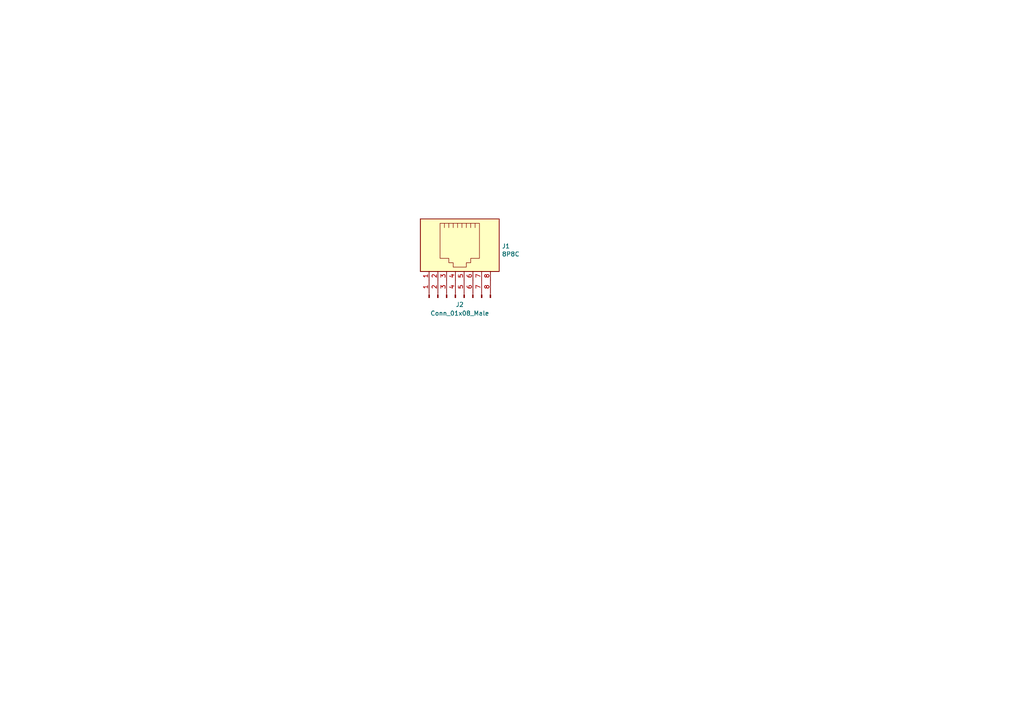
<source format=kicad_sch>
(kicad_sch (version 20211123) (generator eeschema)

  (uuid a5637c27-4632-4aee-8643-202cb1d5951f)

  (paper "A4")

  (lib_symbols
    (symbol "Connector:8P8C" (pin_names (offset 1.016)) (in_bom yes) (on_board yes)
      (property "Reference" "J" (id 0) (at -5.08 13.97 0)
        (effects (font (size 1.27 1.27)) (justify right))
      )
      (property "Value" "8P8C" (id 1) (at 2.54 13.97 0)
        (effects (font (size 1.27 1.27)) (justify left))
      )
      (property "Footprint" "" (id 2) (at 0 0.635 90)
        (effects (font (size 1.27 1.27)) hide)
      )
      (property "Datasheet" "~" (id 3) (at 0 0.635 90)
        (effects (font (size 1.27 1.27)) hide)
      )
      (property "ki_keywords" "8P8C RJ female connector" (id 4) (at 0 0 0)
        (effects (font (size 1.27 1.27)) hide)
      )
      (property "ki_description" "RJ connector, 8P8C (8 positions 8 connected), RJ31/RJ32/RJ33/RJ34/RJ35/RJ41/RJ45/RJ49/RJ61" (id 5) (at 0 0 0)
        (effects (font (size 1.27 1.27)) hide)
      )
      (property "ki_fp_filters" "8P8C* RJ31* RJ32* RJ33* RJ34* RJ35* RJ41* RJ45* RJ49* RJ61*" (id 6) (at 0 0 0)
        (effects (font (size 1.27 1.27)) hide)
      )
      (symbol "8P8C_0_1"
        (polyline
          (pts
            (xy -5.08 4.445)
            (xy -6.35 4.445)
          )
          (stroke (width 0) (type default) (color 0 0 0 0))
          (fill (type none))
        )
        (polyline
          (pts
            (xy -5.08 5.715)
            (xy -6.35 5.715)
          )
          (stroke (width 0) (type default) (color 0 0 0 0))
          (fill (type none))
        )
        (polyline
          (pts
            (xy -6.35 -3.175)
            (xy -5.08 -3.175)
            (xy -5.08 -3.175)
          )
          (stroke (width 0) (type default) (color 0 0 0 0))
          (fill (type none))
        )
        (polyline
          (pts
            (xy -6.35 -1.905)
            (xy -5.08 -1.905)
            (xy -5.08 -1.905)
          )
          (stroke (width 0) (type default) (color 0 0 0 0))
          (fill (type none))
        )
        (polyline
          (pts
            (xy -6.35 -0.635)
            (xy -5.08 -0.635)
            (xy -5.08 -0.635)
          )
          (stroke (width 0) (type default) (color 0 0 0 0))
          (fill (type none))
        )
        (polyline
          (pts
            (xy -6.35 0.635)
            (xy -5.08 0.635)
            (xy -5.08 0.635)
          )
          (stroke (width 0) (type default) (color 0 0 0 0))
          (fill (type none))
        )
        (polyline
          (pts
            (xy -6.35 1.905)
            (xy -5.08 1.905)
            (xy -5.08 1.905)
          )
          (stroke (width 0) (type default) (color 0 0 0 0))
          (fill (type none))
        )
        (polyline
          (pts
            (xy -5.08 3.175)
            (xy -6.35 3.175)
            (xy -6.35 3.175)
          )
          (stroke (width 0) (type default) (color 0 0 0 0))
          (fill (type none))
        )
        (polyline
          (pts
            (xy -6.35 -4.445)
            (xy -6.35 6.985)
            (xy 3.81 6.985)
            (xy 3.81 4.445)
            (xy 5.08 4.445)
            (xy 5.08 3.175)
            (xy 6.35 3.175)
            (xy 6.35 -0.635)
            (xy 5.08 -0.635)
            (xy 5.08 -1.905)
            (xy 3.81 -1.905)
            (xy 3.81 -4.445)
            (xy -6.35 -4.445)
            (xy -6.35 -4.445)
          )
          (stroke (width 0) (type default) (color 0 0 0 0))
          (fill (type none))
        )
        (rectangle (start 7.62 12.7) (end -7.62 -10.16)
          (stroke (width 0.254) (type default) (color 0 0 0 0))
          (fill (type background))
        )
      )
      (symbol "8P8C_1_1"
        (pin passive line (at 10.16 -7.62 180) (length 2.54)
          (name "~" (effects (font (size 1.27 1.27))))
          (number "1" (effects (font (size 1.27 1.27))))
        )
        (pin passive line (at 10.16 -5.08 180) (length 2.54)
          (name "~" (effects (font (size 1.27 1.27))))
          (number "2" (effects (font (size 1.27 1.27))))
        )
        (pin passive line (at 10.16 -2.54 180) (length 2.54)
          (name "~" (effects (font (size 1.27 1.27))))
          (number "3" (effects (font (size 1.27 1.27))))
        )
        (pin passive line (at 10.16 0 180) (length 2.54)
          (name "~" (effects (font (size 1.27 1.27))))
          (number "4" (effects (font (size 1.27 1.27))))
        )
        (pin passive line (at 10.16 2.54 180) (length 2.54)
          (name "~" (effects (font (size 1.27 1.27))))
          (number "5" (effects (font (size 1.27 1.27))))
        )
        (pin passive line (at 10.16 5.08 180) (length 2.54)
          (name "~" (effects (font (size 1.27 1.27))))
          (number "6" (effects (font (size 1.27 1.27))))
        )
        (pin passive line (at 10.16 7.62 180) (length 2.54)
          (name "~" (effects (font (size 1.27 1.27))))
          (number "7" (effects (font (size 1.27 1.27))))
        )
        (pin passive line (at 10.16 10.16 180) (length 2.54)
          (name "~" (effects (font (size 1.27 1.27))))
          (number "8" (effects (font (size 1.27 1.27))))
        )
      )
    )
    (symbol "Connector:Conn_01x08_Male" (pin_names (offset 1.016) hide) (in_bom yes) (on_board yes)
      (property "Reference" "J" (id 0) (at 0 10.16 0)
        (effects (font (size 1.27 1.27)))
      )
      (property "Value" "Conn_01x08_Male" (id 1) (at 0 -12.7 0)
        (effects (font (size 1.27 1.27)))
      )
      (property "Footprint" "" (id 2) (at 0 0 0)
        (effects (font (size 1.27 1.27)) hide)
      )
      (property "Datasheet" "~" (id 3) (at 0 0 0)
        (effects (font (size 1.27 1.27)) hide)
      )
      (property "ki_keywords" "connector" (id 4) (at 0 0 0)
        (effects (font (size 1.27 1.27)) hide)
      )
      (property "ki_description" "Generic connector, single row, 01x08, script generated (kicad-library-utils/schlib/autogen/connector/)" (id 5) (at 0 0 0)
        (effects (font (size 1.27 1.27)) hide)
      )
      (property "ki_fp_filters" "Connector*:*_1x??_*" (id 6) (at 0 0 0)
        (effects (font (size 1.27 1.27)) hide)
      )
      (symbol "Conn_01x08_Male_1_1"
        (polyline
          (pts
            (xy 1.27 -10.16)
            (xy 0.8636 -10.16)
          )
          (stroke (width 0.1524) (type default) (color 0 0 0 0))
          (fill (type none))
        )
        (polyline
          (pts
            (xy 1.27 -7.62)
            (xy 0.8636 -7.62)
          )
          (stroke (width 0.1524) (type default) (color 0 0 0 0))
          (fill (type none))
        )
        (polyline
          (pts
            (xy 1.27 -5.08)
            (xy 0.8636 -5.08)
          )
          (stroke (width 0.1524) (type default) (color 0 0 0 0))
          (fill (type none))
        )
        (polyline
          (pts
            (xy 1.27 -2.54)
            (xy 0.8636 -2.54)
          )
          (stroke (width 0.1524) (type default) (color 0 0 0 0))
          (fill (type none))
        )
        (polyline
          (pts
            (xy 1.27 0)
            (xy 0.8636 0)
          )
          (stroke (width 0.1524) (type default) (color 0 0 0 0))
          (fill (type none))
        )
        (polyline
          (pts
            (xy 1.27 2.54)
            (xy 0.8636 2.54)
          )
          (stroke (width 0.1524) (type default) (color 0 0 0 0))
          (fill (type none))
        )
        (polyline
          (pts
            (xy 1.27 5.08)
            (xy 0.8636 5.08)
          )
          (stroke (width 0.1524) (type default) (color 0 0 0 0))
          (fill (type none))
        )
        (polyline
          (pts
            (xy 1.27 7.62)
            (xy 0.8636 7.62)
          )
          (stroke (width 0.1524) (type default) (color 0 0 0 0))
          (fill (type none))
        )
        (rectangle (start 0.8636 -10.033) (end 0 -10.287)
          (stroke (width 0.1524) (type default) (color 0 0 0 0))
          (fill (type outline))
        )
        (rectangle (start 0.8636 -7.493) (end 0 -7.747)
          (stroke (width 0.1524) (type default) (color 0 0 0 0))
          (fill (type outline))
        )
        (rectangle (start 0.8636 -4.953) (end 0 -5.207)
          (stroke (width 0.1524) (type default) (color 0 0 0 0))
          (fill (type outline))
        )
        (rectangle (start 0.8636 -2.413) (end 0 -2.667)
          (stroke (width 0.1524) (type default) (color 0 0 0 0))
          (fill (type outline))
        )
        (rectangle (start 0.8636 0.127) (end 0 -0.127)
          (stroke (width 0.1524) (type default) (color 0 0 0 0))
          (fill (type outline))
        )
        (rectangle (start 0.8636 2.667) (end 0 2.413)
          (stroke (width 0.1524) (type default) (color 0 0 0 0))
          (fill (type outline))
        )
        (rectangle (start 0.8636 5.207) (end 0 4.953)
          (stroke (width 0.1524) (type default) (color 0 0 0 0))
          (fill (type outline))
        )
        (rectangle (start 0.8636 7.747) (end 0 7.493)
          (stroke (width 0.1524) (type default) (color 0 0 0 0))
          (fill (type outline))
        )
        (pin passive line (at 5.08 7.62 180) (length 3.81)
          (name "Pin_1" (effects (font (size 1.27 1.27))))
          (number "1" (effects (font (size 1.27 1.27))))
        )
        (pin passive line (at 5.08 5.08 180) (length 3.81)
          (name "Pin_2" (effects (font (size 1.27 1.27))))
          (number "2" (effects (font (size 1.27 1.27))))
        )
        (pin passive line (at 5.08 2.54 180) (length 3.81)
          (name "Pin_3" (effects (font (size 1.27 1.27))))
          (number "3" (effects (font (size 1.27 1.27))))
        )
        (pin passive line (at 5.08 0 180) (length 3.81)
          (name "Pin_4" (effects (font (size 1.27 1.27))))
          (number "4" (effects (font (size 1.27 1.27))))
        )
        (pin passive line (at 5.08 -2.54 180) (length 3.81)
          (name "Pin_5" (effects (font (size 1.27 1.27))))
          (number "5" (effects (font (size 1.27 1.27))))
        )
        (pin passive line (at 5.08 -5.08 180) (length 3.81)
          (name "Pin_6" (effects (font (size 1.27 1.27))))
          (number "6" (effects (font (size 1.27 1.27))))
        )
        (pin passive line (at 5.08 -7.62 180) (length 3.81)
          (name "Pin_7" (effects (font (size 1.27 1.27))))
          (number "7" (effects (font (size 1.27 1.27))))
        )
        (pin passive line (at 5.08 -10.16 180) (length 3.81)
          (name "Pin_8" (effects (font (size 1.27 1.27))))
          (number "8" (effects (font (size 1.27 1.27))))
        )
      )
    )
  )


  (symbol (lib_id "Connector:8P8C") (at 132.08 71.12 270) (unit 1)
    (in_bom yes) (on_board yes)
    (uuid 00000000-0000-0000-0000-00005d58dd64)
    (property "Reference" "J1" (id 0) (at 145.542 71.3994 90)
      (effects (font (size 1.27 1.27)) (justify left))
    )
    (property "Value" "" (id 1) (at 145.542 73.7108 90)
      (effects (font (size 1.27 1.27)) (justify left))
    )
    (property "Footprint" "" (id 2) (at 132.715 71.12 90)
      (effects (font (size 1.27 1.27)) hide)
    )
    (property "Datasheet" "~" (id 3) (at 132.715 71.12 90)
      (effects (font (size 1.27 1.27)) hide)
    )
    (pin "1" (uuid c4cc0f41-2cba-4dd7-abc8-c14df61fd9d1))
    (pin "2" (uuid e9ea0456-b4f3-4dfd-88cc-9f47d26535fa))
    (pin "3" (uuid e9dfd874-2a6a-4776-b8df-1b862e6fb043))
    (pin "4" (uuid 4a465fea-73fb-46f7-a3f7-f01172295a27))
    (pin "5" (uuid 8094118f-fd71-4217-83ec-73e3441f6995))
    (pin "6" (uuid ca67706f-669d-4bee-ae27-aace93d5800f))
    (pin "7" (uuid aac804e6-7622-4594-99df-ef95816447e5))
    (pin "8" (uuid f1118087-c22b-466a-91af-88e69f3e8404))
  )

  (symbol (lib_id "Connector:Conn_01x08_Male") (at 132.08 86.36 90) (unit 1)
    (in_bom yes) (on_board yes) (fields_autoplaced)
    (uuid 2997250f-747c-4e24-b002-84ccc816f7c5)
    (property "Reference" "J2" (id 0) (at 133.35 88.3396 90))
    (property "Value" "Conn_01x08_Male" (id 1) (at 133.35 90.8765 90))
    (property "Footprint" "Connector_PinSocket_2.54mm:PinSocket_1x08_P2.54mm_Vertical" (id 2) (at 132.08 86.36 0)
      (effects (font (size 1.27 1.27)) hide)
    )
    (property "Datasheet" "~" (id 3) (at 132.08 86.36 0)
      (effects (font (size 1.27 1.27)) hide)
    )
    (pin "1" (uuid d7353451-c981-4dbb-8565-6f5173813573))
    (pin "2" (uuid e21d5ad5-e851-4d42-9fe8-78e35626cc97))
    (pin "3" (uuid 8539f3cc-1162-4ef3-a34f-7b2de349def5))
    (pin "4" (uuid cdc83df5-c884-4ddb-b9fd-a954a1ec89c0))
    (pin "5" (uuid 83b50c8e-1bbb-40f5-9248-0e7de9cafee0))
    (pin "6" (uuid 7bd0c127-b171-44c1-9b45-9badfffe06aa))
    (pin "7" (uuid f80de386-1956-4e47-a118-9a3c666a9baa))
    (pin "8" (uuid 964bbaf4-e6c7-4f47-ba2d-83b40485cfc1))
  )

  (sheet_instances
    (path "/" (page "1"))
  )

  (symbol_instances
    (path "/00000000-0000-0000-0000-00005d58dd64"
      (reference "J1") (unit 1) (value "8P8C") (footprint "Useful Modifications:RJ45_x08_Tab_Up")
    )
    (path "/2997250f-747c-4e24-b002-84ccc816f7c5"
      (reference "J2") (unit 1) (value "Conn_01x08_Male") (footprint "Connector_PinSocket_2.54mm:PinSocket_1x08_P2.54mm_Vertical")
    )
  )
)

</source>
